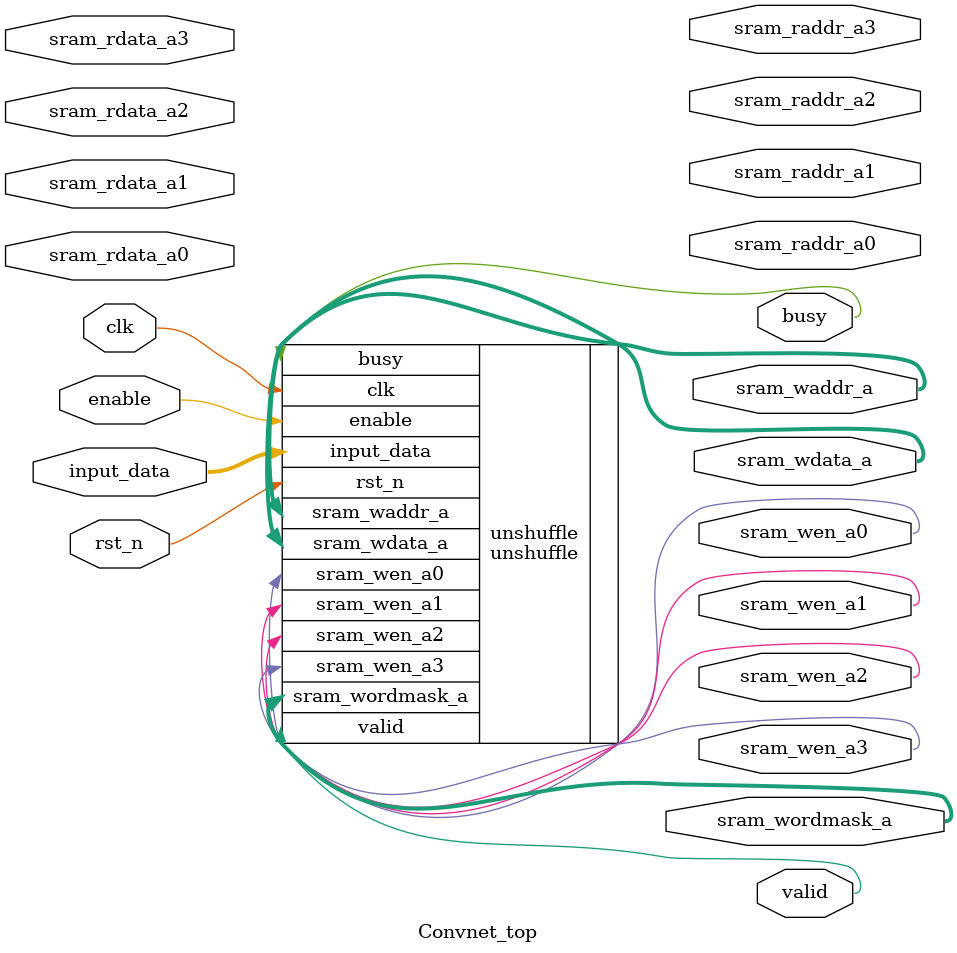
<source format=v>
module Convnet_top #(
parameter CH_NUM = 4,
parameter ACT_PER_ADDR = 4,
parameter BW_PER_ACT = 12
)
(
input clk,                          
input rst_n,  // synchronous reset (active low)
input enable, // start sending image from testbanch
output busy,  // control signal for stopping loading input image
output valid, // output valid for testbench to check answers in corresponding SRAM groups
input [BW_PER_ACT-1:0] input_data, // input image data
// read data from SRAM group A
input [CH_NUM*ACT_PER_ADDR*BW_PER_ACT-1:0] sram_rdata_a0,
input [CH_NUM*ACT_PER_ADDR*BW_PER_ACT-1:0] sram_rdata_a1,
input [CH_NUM*ACT_PER_ADDR*BW_PER_ACT-1:0] sram_rdata_a2,
input [CH_NUM*ACT_PER_ADDR*BW_PER_ACT-1:0] sram_rdata_a3,
// read address from SRAM group A
output [5:0] sram_raddr_a0,
output [5:0] sram_raddr_a1,
output [5:0] sram_raddr_a2,
output [5:0] sram_raddr_a3,       
// write enable for SRAM group A 
output sram_wen_a0,
output sram_wen_a1,
output sram_wen_a2,
output sram_wen_a3,
// wordmask for SRAM group A 
output [CH_NUM*ACT_PER_ADDR-1:0] sram_wordmask_a,
// write addrress to SRAM group A 
output [5:0] sram_waddr_a,
// write data to SRAM group A 
output [CH_NUM*ACT_PER_ADDR*BW_PER_ACT-1:0] sram_wdata_a
);


unshuffle
	unshuffle 
(
	.clk(clk),                          
	.rst_n(rst_n),  // synchronous reset (active low)
	.enable(enable), // start sending image from testbanch
	.busy(busy),  // control signal for stopping loading input image
	.valid(valid), // output valid for testbench to check answers in corresponding SRAM groups
	.input_data(input_data), // input image data
	// write enable for SRAM group A 
	.sram_wen_a0(sram_wen_a0),
	.sram_wen_a1(sram_wen_a1),
	.sram_wen_a2(sram_wen_a2),
	.sram_wen_a3(sram_wen_a3),
	// wordmask for SRAM group A 
	.sram_wordmask_a(sram_wordmask_a),
	// write addrress to SRAM group A 
	.sram_waddr_a(sram_waddr_a),
	// write data to SRAM group A 
	.sram_wdata_a(sram_wdata_a)
);

	
endmodule





</source>
